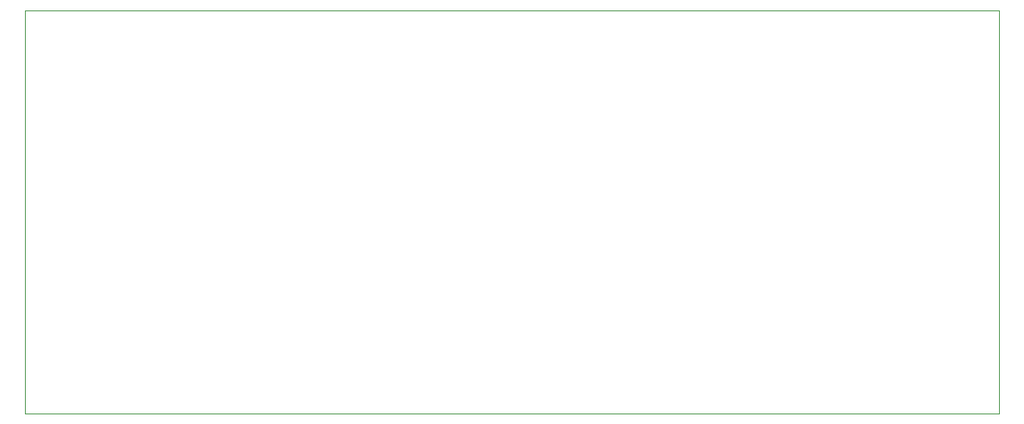
<source format=gbr>
%TF.GenerationSoftware,KiCad,Pcbnew,8.0.3*%
%TF.CreationDate,2024-11-21T16:05:02+01:00*%
%TF.ProjectId,LED Board,4c454420-426f-4617-9264-2e6b69636164,rev?*%
%TF.SameCoordinates,Original*%
%TF.FileFunction,Profile,NP*%
%FSLAX46Y46*%
G04 Gerber Fmt 4.6, Leading zero omitted, Abs format (unit mm)*
G04 Created by KiCad (PCBNEW 8.0.3) date 2024-11-21 16:05:02*
%MOMM*%
%LPD*%
G01*
G04 APERTURE LIST*
%TA.AperFunction,Profile*%
%ADD10C,0.100000*%
%TD*%
G04 APERTURE END LIST*
D10*
X68072000Y-39751000D02*
X170434000Y-39751000D01*
X170434000Y-82169000D01*
X68072000Y-82169000D01*
X68072000Y-39751000D01*
M02*

</source>
